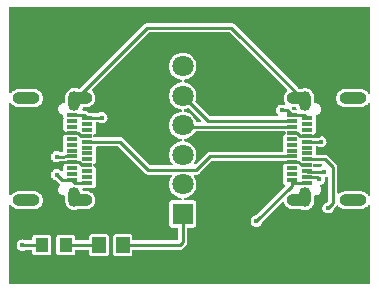
<source format=gtl>
G04 Layer: TopLayer*
G04 EasyEDA v6.5.48, 2025-03-09 16:09:46*
G04 6742e224e03a4d3da3a366412f0f9112,b9277fd2045942759ab1a28cc0c323af,10*
G04 Gerber Generator version 0.2*
G04 Scale: 100 percent, Rotated: No, Reflected: No *
G04 Dimensions in millimeters *
G04 leading zeros omitted , absolute positions ,4 integer and 5 decimal *
%FSLAX45Y45*%
%MOMM*%

%AMMACRO1*21,1,$1,$2,0,0,$3*%
%ADD10C,0.2540*%
%ADD11MACRO1,1.1X1.25X0.0000*%
%ADD12MACRO1,1.377X1.1325X-90.0000*%
%ADD13R,0.9500X0.3000*%
%ADD14R,1.8000X1.8000*%
%ADD15C,1.8000*%
%ADD16O,2.2999954X0.9999979999999999*%
%ADD17O,1.9500088X0.9999979999999999*%
%ADD18O,0.9999979999999999X1.6999966*%
%ADD19C,0.4500*%
%ADD20C,0.0167*%

%LPD*%
G36*
X3137357Y6297422D02*
G01*
X3133496Y6298184D01*
X3130194Y6300368D01*
X3123031Y6307531D01*
X3120796Y6310833D01*
X3120034Y6314694D01*
X3120796Y6318605D01*
X3123031Y6321907D01*
X3126333Y6324092D01*
X3130194Y6324854D01*
X3148787Y6324854D01*
X3152140Y6324295D01*
X3155137Y6322669D01*
X3157423Y6320129D01*
X3160826Y6311290D01*
X3161538Y6307429D01*
X3160725Y6303568D01*
X3158490Y6300317D01*
X3155238Y6298133D01*
X3151378Y6297422D01*
G37*

%LPD*%
G36*
X2318105Y6195110D02*
G01*
X2313787Y6196076D01*
X2310282Y6198819D01*
X2308250Y6202730D01*
X2307386Y6206134D01*
X2302052Y6219647D01*
X2295042Y6232398D01*
X2286457Y6244183D01*
X2276500Y6254800D01*
X2265273Y6264046D01*
X2253030Y6271869D01*
X2239822Y6278067D01*
X2226005Y6282537D01*
X2211476Y6285331D01*
X2207818Y6286804D01*
X2204974Y6289649D01*
X2203450Y6293307D01*
X2203450Y6297269D01*
X2204974Y6300978D01*
X2207818Y6303772D01*
X2211476Y6305296D01*
X2226005Y6308039D01*
X2239822Y6312560D01*
X2244496Y6313830D01*
X2248560Y6313119D01*
X2252014Y6310833D01*
X2350414Y6212433D01*
X2352598Y6209182D01*
X2353411Y6205270D01*
X2352598Y6201359D01*
X2350414Y6198108D01*
X2347112Y6195872D01*
X2343251Y6195110D01*
G37*

%LPD*%
G36*
X2302002Y5841288D02*
G01*
X2297836Y5842508D01*
X2294585Y5845302D01*
X2292756Y5849162D01*
X2292705Y5853480D01*
X2295042Y5858205D01*
X2302052Y5870956D01*
X2307386Y5884468D01*
X2310993Y5898591D01*
X2312822Y5913018D01*
X2312822Y5927547D01*
X2310993Y5942025D01*
X2307386Y5956096D01*
X2302052Y5969660D01*
X2295042Y5982411D01*
X2286457Y5994146D01*
X2276500Y6004763D01*
X2265273Y6014059D01*
X2253030Y6021832D01*
X2239822Y6028029D01*
X2226005Y6032550D01*
X2211425Y6035344D01*
X2207717Y6036818D01*
X2204923Y6039612D01*
X2203348Y6043320D01*
X2203348Y6047282D01*
X2204923Y6050991D01*
X2207717Y6053785D01*
X2211425Y6055258D01*
X2226005Y6058052D01*
X2239822Y6062573D01*
X2253030Y6068771D01*
X2265273Y6076543D01*
X2276500Y6085840D01*
X2286457Y6096457D01*
X2295042Y6108192D01*
X2297430Y6112611D01*
X2299716Y6115405D01*
X2302814Y6117234D01*
X2306370Y6117894D01*
X3059887Y6117894D01*
X3063240Y6117336D01*
X3066796Y6116066D01*
X3070352Y6113932D01*
X3072739Y6110528D01*
X3073603Y6106464D01*
X3072739Y6102451D01*
X3070352Y6099048D01*
X3066796Y6096914D01*
X3060750Y6094780D01*
X3055823Y6091682D01*
X3051759Y6087618D01*
X3048660Y6082690D01*
X3046730Y6077254D01*
X3046018Y6070904D01*
X3046018Y6042050D01*
X3046730Y6035751D01*
X3047644Y6031484D01*
X3046730Y6027216D01*
X3046018Y6020917D01*
X3046018Y5992063D01*
X3046730Y5985764D01*
X3047644Y5981496D01*
X3046730Y5977229D01*
X3046018Y5970930D01*
X3046018Y5955233D01*
X3045256Y5951372D01*
X3043072Y5948070D01*
X3039770Y5945886D01*
X3035858Y5945073D01*
X2427173Y5945073D01*
X2419146Y5944311D01*
X2411933Y5942126D01*
X2405278Y5938570D01*
X2399030Y5933440D01*
X2309876Y5844235D01*
X2306218Y5841949D01*
G37*

%LPD*%
G36*
X1925218Y5829808D02*
G01*
X1921306Y5830570D01*
X1918004Y5832805D01*
X1692351Y6058458D01*
X1686102Y6063589D01*
X1679448Y6067145D01*
X1672234Y6069330D01*
X1664207Y6070092D01*
X1448562Y6070092D01*
X1445209Y6070701D01*
X1441704Y6071920D01*
X1438148Y6074054D01*
X1435760Y6077458D01*
X1434896Y6081522D01*
X1435760Y6085586D01*
X1438148Y6088938D01*
X1441704Y6091123D01*
X1447749Y6093206D01*
X1452676Y6096304D01*
X1456740Y6100419D01*
X1459839Y6105296D01*
X1461770Y6110782D01*
X1462481Y6117082D01*
X1462481Y6145936D01*
X1461770Y6152235D01*
X1460855Y6156502D01*
X1461770Y6160770D01*
X1462481Y6167069D01*
X1462481Y6186932D01*
X1463243Y6190843D01*
X1465427Y6194094D01*
X1468729Y6196330D01*
X1472641Y6197092D01*
X1479296Y6197092D01*
X1482090Y6196685D01*
X1484630Y6195568D01*
X1489760Y6192418D01*
X1498041Y6189167D01*
X1506829Y6187541D01*
X1515770Y6187541D01*
X1524558Y6189167D01*
X1532839Y6192418D01*
X1540459Y6197092D01*
X1547063Y6203137D01*
X1552397Y6210249D01*
X1556410Y6218224D01*
X1558848Y6226810D01*
X1559661Y6235700D01*
X1558848Y6244590D01*
X1556410Y6253175D01*
X1552397Y6261150D01*
X1547063Y6268262D01*
X1540459Y6274308D01*
X1532839Y6278981D01*
X1524558Y6282232D01*
X1515770Y6283858D01*
X1506829Y6283858D01*
X1498041Y6282232D01*
X1489760Y6278981D01*
X1484630Y6275832D01*
X1482090Y6274714D01*
X1479296Y6274308D01*
X1405077Y6274308D01*
X1401165Y6275070D01*
X1397863Y6277305D01*
X1391716Y6283452D01*
X1385468Y6288582D01*
X1378813Y6292138D01*
X1371600Y6294323D01*
X1363573Y6295085D01*
X1354836Y6295085D01*
X1350975Y6295847D01*
X1347724Y6298031D01*
X1345488Y6301282D01*
X1344676Y6305143D01*
X1345387Y6309004D01*
X1349095Y6318453D01*
X1351280Y6321856D01*
X1354582Y6324092D01*
X1358544Y6324904D01*
X1380642Y6324904D01*
X1392326Y6325768D01*
X1403350Y6328308D01*
X1413916Y6332423D01*
X1423771Y6338112D01*
X1432610Y6345174D01*
X1440332Y6353505D01*
X1446733Y6362852D01*
X1451660Y6373063D01*
X1454962Y6383934D01*
X1456690Y6395161D01*
X1456690Y6406489D01*
X1454962Y6417716D01*
X1451660Y6428536D01*
X1446733Y6438747D01*
X1440332Y6448094D01*
X1432610Y6456426D01*
X1429461Y6458966D01*
X1426768Y6462217D01*
X1425651Y6466332D01*
X1426311Y6470497D01*
X1428597Y6474053D01*
X1910638Y6956094D01*
X1913940Y6958330D01*
X1917852Y6959092D01*
X2587091Y6959092D01*
X2591003Y6958330D01*
X2594305Y6956094D01*
X3077921Y6472478D01*
X3080207Y6468922D01*
X3080867Y6464757D01*
X3079750Y6460642D01*
X3077057Y6457340D01*
X3075889Y6456426D01*
X3068167Y6448094D01*
X3061766Y6438747D01*
X3056839Y6428486D01*
X3053537Y6417665D01*
X3051810Y6406438D01*
X3051810Y6395110D01*
X3053537Y6383883D01*
X3056839Y6373063D01*
X3061766Y6362852D01*
X3064002Y6359601D01*
X3065627Y6355638D01*
X3065424Y6351371D01*
X3063544Y6347561D01*
X3060242Y6344869D01*
X3056128Y6343751D01*
X3051911Y6344412D01*
X3048558Y6345732D01*
X3039770Y6347358D01*
X3030829Y6347358D01*
X3022041Y6345732D01*
X3013760Y6342481D01*
X3006140Y6337808D01*
X2999536Y6331762D01*
X2994202Y6324650D01*
X2990189Y6316675D01*
X2987751Y6308090D01*
X2986938Y6299200D01*
X2987751Y6290310D01*
X2990189Y6281724D01*
X2994202Y6273749D01*
X2999536Y6266637D01*
X3003804Y6262776D01*
X3006191Y6259525D01*
X3007106Y6255562D01*
X3006394Y6251600D01*
X3004210Y6248196D01*
X3000908Y6245910D01*
X2996946Y6245098D01*
X2431186Y6245098D01*
X2427274Y6245860D01*
X2423972Y6248095D01*
X2306472Y6365595D01*
X2304288Y6368846D01*
X2303526Y6372656D01*
X2304237Y6376517D01*
X2307386Y6384493D01*
X2310993Y6398564D01*
X2312822Y6413042D01*
X2312822Y6427571D01*
X2310993Y6441998D01*
X2307386Y6456121D01*
X2302052Y6469634D01*
X2295042Y6482384D01*
X2286457Y6494170D01*
X2276500Y6504787D01*
X2265273Y6514033D01*
X2253030Y6521856D01*
X2239822Y6528054D01*
X2226005Y6532524D01*
X2211425Y6535318D01*
X2207717Y6536842D01*
X2204923Y6539636D01*
X2203348Y6543294D01*
X2203348Y6547307D01*
X2204923Y6550964D01*
X2207717Y6553758D01*
X2211425Y6555282D01*
X2226005Y6558076D01*
X2239822Y6562547D01*
X2253030Y6568744D01*
X2265273Y6576568D01*
X2276500Y6585813D01*
X2286457Y6596430D01*
X2295042Y6608216D01*
X2302052Y6620967D01*
X2307386Y6634480D01*
X2310993Y6648602D01*
X2312822Y6663029D01*
X2312822Y6677558D01*
X2310993Y6692036D01*
X2307386Y6706108D01*
X2302052Y6719671D01*
X2295042Y6732422D01*
X2286457Y6744157D01*
X2276500Y6754774D01*
X2265273Y6764070D01*
X2253030Y6771843D01*
X2239822Y6778040D01*
X2226005Y6782562D01*
X2211679Y6785305D01*
X2197150Y6786219D01*
X2182672Y6785305D01*
X2168347Y6782562D01*
X2154529Y6778040D01*
X2141321Y6771843D01*
X2129078Y6764070D01*
X2117852Y6754774D01*
X2107895Y6744157D01*
X2099310Y6732422D01*
X2092299Y6719671D01*
X2086965Y6706108D01*
X2083358Y6692036D01*
X2081530Y6677558D01*
X2081530Y6663029D01*
X2083358Y6648602D01*
X2086965Y6634480D01*
X2092299Y6620967D01*
X2099310Y6608216D01*
X2107895Y6596430D01*
X2117852Y6585813D01*
X2129078Y6576568D01*
X2141321Y6568744D01*
X2154529Y6562547D01*
X2168347Y6558076D01*
X2182926Y6555282D01*
X2186635Y6553758D01*
X2189429Y6550964D01*
X2191004Y6547307D01*
X2191004Y6543294D01*
X2189429Y6539636D01*
X2186635Y6536842D01*
X2182926Y6535318D01*
X2168347Y6532524D01*
X2154529Y6528054D01*
X2141321Y6521856D01*
X2129078Y6514033D01*
X2117852Y6504787D01*
X2107895Y6494170D01*
X2099310Y6482384D01*
X2092299Y6469634D01*
X2086965Y6456121D01*
X2083358Y6441998D01*
X2081530Y6427571D01*
X2081530Y6413042D01*
X2083358Y6398564D01*
X2086965Y6384493D01*
X2092299Y6370929D01*
X2099310Y6358178D01*
X2107895Y6346444D01*
X2117852Y6335826D01*
X2129078Y6326530D01*
X2141321Y6318758D01*
X2154529Y6312560D01*
X2168347Y6308039D01*
X2182876Y6305296D01*
X2186533Y6303772D01*
X2189378Y6300978D01*
X2190902Y6297269D01*
X2190902Y6293307D01*
X2189378Y6289649D01*
X2186533Y6286804D01*
X2182876Y6285331D01*
X2168347Y6282537D01*
X2154529Y6278067D01*
X2141321Y6271869D01*
X2129078Y6264046D01*
X2117852Y6254800D01*
X2107895Y6244183D01*
X2099310Y6232398D01*
X2092299Y6219647D01*
X2086965Y6206134D01*
X2083358Y6192012D01*
X2081530Y6177584D01*
X2081530Y6163056D01*
X2083358Y6148578D01*
X2086965Y6134506D01*
X2092299Y6120942D01*
X2099310Y6108192D01*
X2107895Y6096457D01*
X2117852Y6085840D01*
X2129078Y6076543D01*
X2141321Y6068771D01*
X2154529Y6062573D01*
X2168347Y6058052D01*
X2182926Y6055258D01*
X2186635Y6053785D01*
X2189429Y6050991D01*
X2191004Y6047282D01*
X2191004Y6043320D01*
X2189429Y6039612D01*
X2186635Y6036818D01*
X2182926Y6035344D01*
X2168347Y6032550D01*
X2154529Y6028029D01*
X2141321Y6021832D01*
X2129078Y6014059D01*
X2117852Y6004763D01*
X2107895Y5994146D01*
X2099310Y5982411D01*
X2092299Y5969660D01*
X2086965Y5956096D01*
X2083358Y5942025D01*
X2081530Y5927547D01*
X2081530Y5913018D01*
X2083358Y5898591D01*
X2086965Y5884468D01*
X2092299Y5870956D01*
X2099310Y5858205D01*
X2108250Y5845962D01*
X2109978Y5841847D01*
X2109876Y5837428D01*
X2107844Y5833516D01*
X2104339Y5830773D01*
X2100021Y5829808D01*
G37*

%LPD*%
G36*
X3315309Y5817108D02*
G01*
X3312515Y5817514D01*
X3308146Y5819749D01*
X3302101Y5821883D01*
X3298545Y5824016D01*
X3296107Y5827420D01*
X3295294Y5831484D01*
X3296107Y5835548D01*
X3298545Y5838952D01*
X3302101Y5841085D01*
X3305606Y5842304D01*
X3308959Y5842863D01*
X3369462Y5842863D01*
X3373374Y5842101D01*
X3376676Y5839866D01*
X3378860Y5836513D01*
X3379622Y5832602D01*
X3378758Y5828690D01*
X3376472Y5825388D01*
X3373120Y5823254D01*
X3369360Y5821781D01*
X3364229Y5818632D01*
X3361690Y5817514D01*
X3358896Y5817108D01*
G37*

%LPD*%
G36*
X736092Y4826000D02*
G01*
X732180Y4826762D01*
X728929Y4828997D01*
X726694Y4832299D01*
X725932Y4836160D01*
X725932Y5488025D01*
X726846Y5492191D01*
X729386Y5495645D01*
X733094Y5497728D01*
X737362Y5498084D01*
X741375Y5496661D01*
X744474Y5493715D01*
X747217Y5489702D01*
X754938Y5481370D01*
X763828Y5474309D01*
X773633Y5468620D01*
X784199Y5464505D01*
X795274Y5461965D01*
X806958Y5461101D01*
X936193Y5461101D01*
X947877Y5461965D01*
X958900Y5464505D01*
X969467Y5468620D01*
X979322Y5474309D01*
X988161Y5481370D01*
X995883Y5489702D01*
X1002284Y5499049D01*
X1007211Y5509310D01*
X1010513Y5520131D01*
X1012240Y5531358D01*
X1012240Y5542686D01*
X1010513Y5553913D01*
X1007211Y5564733D01*
X1002284Y5574944D01*
X995883Y5584342D01*
X988161Y5592622D01*
X979322Y5599684D01*
X969467Y5605373D01*
X958900Y5609539D01*
X947877Y5612028D01*
X936193Y5612892D01*
X806958Y5612892D01*
X795274Y5612028D01*
X784199Y5609539D01*
X773633Y5605373D01*
X763828Y5599684D01*
X754938Y5592622D01*
X747217Y5584342D01*
X744474Y5580278D01*
X741375Y5577332D01*
X737362Y5575909D01*
X733094Y5576316D01*
X729386Y5578398D01*
X726846Y5581853D01*
X725932Y5586018D01*
X725932Y6351981D01*
X726846Y6356197D01*
X729386Y6359601D01*
X733094Y6361734D01*
X737362Y6362090D01*
X741375Y6360668D01*
X744474Y6357721D01*
X747217Y6353708D01*
X754938Y6345377D01*
X763828Y6338316D01*
X773633Y6332626D01*
X784199Y6328511D01*
X795274Y6325971D01*
X806958Y6325108D01*
X936193Y6325108D01*
X947877Y6325971D01*
X958900Y6328511D01*
X969467Y6332626D01*
X979322Y6338316D01*
X988161Y6345377D01*
X995883Y6353708D01*
X1002284Y6363055D01*
X1007211Y6373266D01*
X1010513Y6384137D01*
X1012240Y6395364D01*
X1012240Y6406692D01*
X1010513Y6417919D01*
X1007211Y6428740D01*
X1002284Y6438950D01*
X995883Y6448298D01*
X988161Y6456629D01*
X979322Y6463690D01*
X969467Y6469380D01*
X958900Y6473494D01*
X947877Y6476034D01*
X936193Y6476898D01*
X806958Y6476898D01*
X795274Y6476034D01*
X784199Y6473494D01*
X773633Y6469380D01*
X763828Y6463690D01*
X754938Y6456629D01*
X747217Y6448298D01*
X744474Y6444284D01*
X741375Y6441338D01*
X737362Y6439916D01*
X733094Y6440322D01*
X729386Y6442405D01*
X726846Y6445859D01*
X725932Y6450025D01*
X725932Y7163816D01*
X726694Y7167727D01*
X728929Y7170978D01*
X732180Y7173214D01*
X736092Y7173975D01*
X3773932Y7173975D01*
X3777843Y7173214D01*
X3781094Y7170978D01*
X3783329Y7167727D01*
X3784092Y7163816D01*
X3784092Y6447739D01*
X3783177Y6443573D01*
X3780637Y6440119D01*
X3776929Y6438036D01*
X3772662Y6437680D01*
X3768648Y6439103D01*
X3765550Y6442049D01*
X3761282Y6448298D01*
X3753561Y6456629D01*
X3744671Y6463690D01*
X3734866Y6469380D01*
X3724300Y6473494D01*
X3713276Y6476034D01*
X3701542Y6476898D01*
X3572306Y6476898D01*
X3560622Y6476034D01*
X3549599Y6473494D01*
X3539032Y6469380D01*
X3529177Y6463690D01*
X3520338Y6456629D01*
X3512616Y6448298D01*
X3506215Y6438950D01*
X3501288Y6428689D01*
X3497986Y6417868D01*
X3496259Y6406642D01*
X3496259Y6395313D01*
X3497986Y6384086D01*
X3501288Y6373266D01*
X3506215Y6363055D01*
X3512616Y6353657D01*
X3520338Y6345377D01*
X3529177Y6338316D01*
X3539032Y6332626D01*
X3549599Y6328460D01*
X3560622Y6325971D01*
X3572306Y6325057D01*
X3701542Y6325057D01*
X3713276Y6325971D01*
X3724300Y6328460D01*
X3734866Y6332626D01*
X3744671Y6338316D01*
X3753561Y6345377D01*
X3761282Y6353657D01*
X3765550Y6359956D01*
X3768648Y6362903D01*
X3772662Y6364325D01*
X3776929Y6363919D01*
X3780637Y6361836D01*
X3783177Y6358382D01*
X3784092Y6354216D01*
X3784092Y5583783D01*
X3783177Y5579567D01*
X3780637Y5576163D01*
X3776929Y5574030D01*
X3772662Y5573674D01*
X3768648Y5575096D01*
X3765550Y5578043D01*
X3761282Y5584291D01*
X3753561Y5592622D01*
X3744671Y5599684D01*
X3734866Y5605373D01*
X3724300Y5609488D01*
X3713276Y5612028D01*
X3701542Y5612892D01*
X3572306Y5612892D01*
X3560622Y5612028D01*
X3549599Y5609488D01*
X3539032Y5605373D01*
X3529177Y5599684D01*
X3522218Y5594096D01*
X3518865Y5592318D01*
X3515106Y5591911D01*
X3511448Y5592876D01*
X3508400Y5595162D01*
X3506419Y5598312D01*
X3505708Y5602071D01*
X3505708Y5816092D01*
X3504895Y5824118D01*
X3502710Y5831332D01*
X3499154Y5838037D01*
X3494024Y5844235D01*
X3429863Y5908446D01*
X3423615Y5913577D01*
X3416960Y5917133D01*
X3409746Y5919317D01*
X3401720Y5920079D01*
X3332987Y5920079D01*
X3329127Y5920892D01*
X3325825Y5923076D01*
X3323640Y5926378D01*
X3322828Y5930239D01*
X3322828Y5945936D01*
X3322116Y5952236D01*
X3321253Y5956503D01*
X3322116Y5960719D01*
X3322828Y5967069D01*
X3322828Y5983427D01*
X3323640Y5987288D01*
X3325774Y5990590D01*
X3329076Y5992825D01*
X3333851Y5993638D01*
X3336696Y5993231D01*
X3339287Y5992114D01*
X3343960Y5989218D01*
X3352241Y5985967D01*
X3361029Y5984341D01*
X3369970Y5984341D01*
X3378758Y5985967D01*
X3387039Y5989218D01*
X3394659Y5993892D01*
X3401263Y5999937D01*
X3406597Y6007049D01*
X3410610Y6015024D01*
X3413048Y6023610D01*
X3413861Y6032500D01*
X3413048Y6041390D01*
X3410610Y6049975D01*
X3406597Y6057950D01*
X3401263Y6065062D01*
X3394659Y6071108D01*
X3387039Y6075781D01*
X3378758Y6079032D01*
X3369970Y6080658D01*
X3361029Y6080658D01*
X3352241Y6079032D01*
X3343960Y6075781D01*
X3338372Y6072327D01*
X3335832Y6071209D01*
X3333140Y6070803D01*
X3307587Y6070600D01*
X3304133Y6071158D01*
X3302101Y6071920D01*
X3298545Y6074054D01*
X3296107Y6077407D01*
X3295294Y6081471D01*
X3296107Y6085535D01*
X3298545Y6088938D01*
X3302101Y6091072D01*
X3308146Y6093206D01*
X3313074Y6096304D01*
X3317138Y6100368D01*
X3320237Y6105296D01*
X3322116Y6110732D01*
X3322828Y6117082D01*
X3322828Y6145936D01*
X3322116Y6152235D01*
X3321253Y6156502D01*
X3322116Y6160719D01*
X3322828Y6167069D01*
X3322828Y6195923D01*
X3322116Y6202222D01*
X3321253Y6206490D01*
X3322116Y6210757D01*
X3322828Y6217056D01*
X3322828Y6245910D01*
X3322472Y6249060D01*
X3322777Y6252718D01*
X3324301Y6256070D01*
X3326942Y6258610D01*
X3330346Y6260084D01*
X3332581Y6260592D01*
X3341014Y6264198D01*
X3348583Y6269228D01*
X3355187Y6275527D01*
X3360572Y6282893D01*
X3364484Y6291122D01*
X3366922Y6299911D01*
X3367735Y6308953D01*
X3366922Y6318046D01*
X3364484Y6326835D01*
X3360572Y6335064D01*
X3355187Y6342430D01*
X3348583Y6348730D01*
X3341014Y6353759D01*
X3332581Y6357366D01*
X3323691Y6359398D01*
X3316986Y6359702D01*
X3313226Y6360566D01*
X3310128Y6362801D01*
X3308045Y6366052D01*
X3307283Y6369862D01*
X3307283Y6408267D01*
X3306419Y6419951D01*
X3303879Y6430975D01*
X3299764Y6441541D01*
X3294075Y6451396D01*
X3287014Y6460236D01*
X3278682Y6467957D01*
X3269335Y6474358D01*
X3259124Y6479286D01*
X3248253Y6482588D01*
X3237077Y6484315D01*
X3225698Y6484315D01*
X3214522Y6482588D01*
X3203651Y6479286D01*
X3198266Y6476949D01*
X3195980Y6476695D01*
X3187141Y6476695D01*
X3183229Y6477457D01*
X3179927Y6479692D01*
X2634945Y7024624D01*
X2628747Y7029754D01*
X2622042Y7033310D01*
X2614828Y7035495D01*
X2606802Y7036308D01*
X1898142Y7036308D01*
X1890115Y7035495D01*
X1882902Y7033310D01*
X1876196Y7029754D01*
X1869998Y7024624D01*
X1325676Y6480352D01*
X1322222Y6478066D01*
X1318107Y6477355D01*
X1314094Y6478371D01*
X1304848Y6482791D01*
X1293977Y6486144D01*
X1282801Y6487871D01*
X1271422Y6487871D01*
X1260246Y6486144D01*
X1249375Y6482791D01*
X1239164Y6477914D01*
X1229817Y6471513D01*
X1221486Y6463792D01*
X1214424Y6454902D01*
X1208735Y6445097D01*
X1204620Y6434531D01*
X1202080Y6423507D01*
X1201216Y6411823D01*
X1201216Y6369913D01*
X1200404Y6365900D01*
X1198067Y6362547D01*
X1194612Y6360414D01*
X1180287Y6358585D01*
X1171600Y6355791D01*
X1163574Y6351473D01*
X1156462Y6345783D01*
X1150467Y6338925D01*
X1145794Y6331051D01*
X1142593Y6322517D01*
X1140968Y6313576D01*
X1140968Y6304432D01*
X1142593Y6295491D01*
X1145794Y6286957D01*
X1150467Y6279083D01*
X1156462Y6272225D01*
X1163574Y6266535D01*
X1171600Y6262217D01*
X1178610Y6259931D01*
X1182268Y6257848D01*
X1184757Y6254445D01*
X1185672Y6250279D01*
X1185672Y6242100D01*
X1186383Y6235750D01*
X1187246Y6231534D01*
X1186383Y6227267D01*
X1185672Y6220917D01*
X1185672Y6192062D01*
X1186383Y6185763D01*
X1187246Y6181496D01*
X1186383Y6177280D01*
X1185672Y6170930D01*
X1185672Y6142075D01*
X1186383Y6135776D01*
X1188262Y6130290D01*
X1191361Y6125413D01*
X1195425Y6121298D01*
X1200353Y6118250D01*
X1206398Y6116116D01*
X1209954Y6113983D01*
X1212392Y6110579D01*
X1213205Y6106515D01*
X1212392Y6102451D01*
X1209954Y6099048D01*
X1206398Y6096914D01*
X1200353Y6094780D01*
X1195425Y6091732D01*
X1191361Y6087618D01*
X1188262Y6082741D01*
X1186383Y6077254D01*
X1185672Y6070955D01*
X1185672Y6042101D01*
X1186383Y6035751D01*
X1187246Y6031534D01*
X1186383Y6027267D01*
X1185672Y6020917D01*
X1185672Y5992063D01*
X1186383Y5985764D01*
X1187246Y5981496D01*
X1186383Y5977280D01*
X1185672Y5970930D01*
X1185672Y5954623D01*
X1184859Y5950762D01*
X1182725Y5947460D01*
X1179423Y5945276D01*
X1175562Y5944463D01*
X1161999Y5944362D01*
X1159154Y5944717D01*
X1156563Y5945886D01*
X1151839Y5948781D01*
X1143558Y5952032D01*
X1134770Y5953658D01*
X1125829Y5953658D01*
X1117041Y5952032D01*
X1108760Y5948781D01*
X1101140Y5944108D01*
X1094536Y5938062D01*
X1089202Y5930950D01*
X1085189Y5922975D01*
X1082751Y5914390D01*
X1081938Y5905500D01*
X1082751Y5896610D01*
X1085189Y5888024D01*
X1089202Y5880049D01*
X1094536Y5872937D01*
X1101140Y5866892D01*
X1108760Y5862218D01*
X1117041Y5858967D01*
X1125829Y5857341D01*
X1134770Y5857341D01*
X1143558Y5858967D01*
X1151839Y5862218D01*
X1157376Y5865622D01*
X1159916Y5866739D01*
X1162659Y5867146D01*
X1200759Y5867450D01*
X1204214Y5866892D01*
X1206398Y5866079D01*
X1209954Y5863945D01*
X1212392Y5860592D01*
X1213205Y5856528D01*
X1212392Y5852464D01*
X1209954Y5849061D01*
X1206398Y5846927D01*
X1200353Y5844794D01*
X1195425Y5841695D01*
X1191361Y5837631D01*
X1188262Y5832703D01*
X1186383Y5827268D01*
X1185672Y5820918D01*
X1185672Y5792063D01*
X1185316Y5786577D01*
X1183081Y5782818D01*
X1179474Y5780328D01*
X1175105Y5779617D01*
X1170889Y5780786D01*
X1167587Y5783630D01*
X1166063Y5785662D01*
X1159459Y5791708D01*
X1151839Y5796381D01*
X1143558Y5799632D01*
X1134770Y5801258D01*
X1125829Y5801258D01*
X1117041Y5799632D01*
X1108760Y5796381D01*
X1101140Y5791708D01*
X1094536Y5785662D01*
X1089202Y5778550D01*
X1085189Y5770575D01*
X1082751Y5761990D01*
X1081938Y5753100D01*
X1082751Y5744210D01*
X1085189Y5735624D01*
X1089202Y5727649D01*
X1094536Y5720537D01*
X1101140Y5714492D01*
X1108760Y5709818D01*
X1117041Y5706567D01*
X1120292Y5705957D01*
X1123188Y5704992D01*
X1125626Y5703163D01*
X1149248Y5679592D01*
X1152347Y5677001D01*
X1154887Y5673852D01*
X1156055Y5669991D01*
X1155547Y5665978D01*
X1153566Y5662472D01*
X1150467Y5658916D01*
X1145794Y5651093D01*
X1142593Y5642559D01*
X1140968Y5633567D01*
X1140968Y5624474D01*
X1142593Y5615482D01*
X1145794Y5606948D01*
X1150467Y5599125D01*
X1156462Y5592267D01*
X1163574Y5586577D01*
X1171600Y5582259D01*
X1180287Y5579414D01*
X1194612Y5577636D01*
X1198067Y5575452D01*
X1200404Y5572099D01*
X1201216Y5568086D01*
X1201216Y5529732D01*
X1202080Y5518048D01*
X1204620Y5506974D01*
X1208735Y5496458D01*
X1214424Y5486603D01*
X1221486Y5477764D01*
X1229817Y5470042D01*
X1239164Y5463641D01*
X1249375Y5458714D01*
X1260246Y5455412D01*
X1271422Y5453684D01*
X1282801Y5453684D01*
X1293977Y5455412D01*
X1304848Y5458714D01*
X1310233Y5461050D01*
X1312519Y5461304D01*
X1380642Y5461304D01*
X1392326Y5462168D01*
X1403350Y5464708D01*
X1413916Y5468823D01*
X1423771Y5474512D01*
X1432610Y5481574D01*
X1440332Y5489905D01*
X1446733Y5499252D01*
X1451660Y5509514D01*
X1454962Y5520334D01*
X1456690Y5531561D01*
X1456690Y5542889D01*
X1454962Y5554116D01*
X1451660Y5564936D01*
X1446733Y5575147D01*
X1440332Y5584545D01*
X1432610Y5592826D01*
X1423771Y5599887D01*
X1413916Y5605576D01*
X1403350Y5609742D01*
X1392326Y5612231D01*
X1380642Y5613095D01*
X1359712Y5613095D01*
X1356360Y5613704D01*
X1353362Y5615330D01*
X1351076Y5617870D01*
X1347673Y5626709D01*
X1346962Y5630570D01*
X1347774Y5634431D01*
X1350010Y5637682D01*
X1353261Y5639866D01*
X1357122Y5640578D01*
X1435963Y5640578D01*
X1442313Y5641289D01*
X1447749Y5643219D01*
X1452676Y5646318D01*
X1456740Y5650382D01*
X1459839Y5655310D01*
X1461770Y5660745D01*
X1462481Y5667095D01*
X1462481Y5695950D01*
X1461770Y5702249D01*
X1460855Y5706516D01*
X1461770Y5710783D01*
X1462481Y5717082D01*
X1462481Y5745937D01*
X1461770Y5752236D01*
X1460855Y5756503D01*
X1461770Y5760770D01*
X1462481Y5767070D01*
X1462481Y5795924D01*
X1461770Y5802274D01*
X1459839Y5807710D01*
X1456740Y5812637D01*
X1452676Y5816701D01*
X1447749Y5819800D01*
X1441704Y5821934D01*
X1438148Y5824067D01*
X1435760Y5827471D01*
X1434896Y5831484D01*
X1435760Y5835548D01*
X1438148Y5838952D01*
X1441704Y5841085D01*
X1447749Y5843219D01*
X1452676Y5846318D01*
X1456740Y5850382D01*
X1459839Y5855309D01*
X1461770Y5860745D01*
X1462481Y5867095D01*
X1462481Y5895949D01*
X1461770Y5902248D01*
X1460855Y5906516D01*
X1461770Y5910783D01*
X1462481Y5917082D01*
X1462481Y5945936D01*
X1461770Y5952236D01*
X1460855Y5956503D01*
X1461770Y5960770D01*
X1462481Y5967069D01*
X1462481Y5982716D01*
X1463243Y5986627D01*
X1465427Y5989929D01*
X1468729Y5992114D01*
X1472641Y5992876D01*
X1644497Y5992876D01*
X1648358Y5992114D01*
X1651660Y5989929D01*
X1877364Y5764276D01*
X1883562Y5759145D01*
X1890268Y5755589D01*
X1897481Y5753404D01*
X1905507Y5752592D01*
X2094077Y5752592D01*
X2098395Y5751626D01*
X2101900Y5748883D01*
X2103882Y5744972D01*
X2104034Y5740552D01*
X2102256Y5736437D01*
X2099310Y5732424D01*
X2092299Y5719673D01*
X2086965Y5706110D01*
X2083358Y5692038D01*
X2081530Y5677560D01*
X2081530Y5663031D01*
X2083358Y5648604D01*
X2086965Y5634482D01*
X2092299Y5620969D01*
X2099310Y5608218D01*
X2107895Y5596432D01*
X2117852Y5585815D01*
X2129078Y5576570D01*
X2141321Y5568746D01*
X2154529Y5562549D01*
X2168347Y5558078D01*
X2178405Y5556148D01*
X2182368Y5554472D01*
X2185263Y5551373D01*
X2186635Y5547360D01*
X2186228Y5543092D01*
X2184095Y5539384D01*
X2180691Y5536895D01*
X2176526Y5535980D01*
X2107590Y5535980D01*
X2101291Y5535269D01*
X2095804Y5533390D01*
X2090928Y5530291D01*
X2086813Y5526227D01*
X2083714Y5521299D01*
X2081834Y5515864D01*
X2081123Y5509514D01*
X2081123Y5330647D01*
X2081834Y5324348D01*
X2083714Y5318861D01*
X2086813Y5313984D01*
X2090928Y5309870D01*
X2095804Y5306822D01*
X2101291Y5304891D01*
X2107590Y5304180D01*
X2148281Y5304180D01*
X2152142Y5303418D01*
X2155444Y5301234D01*
X2157628Y5297932D01*
X2158441Y5294020D01*
X2158441Y5204968D01*
X2157628Y5201056D01*
X2155444Y5197805D01*
X2152142Y5195570D01*
X2148281Y5194808D01*
X1780184Y5194808D01*
X1776323Y5195570D01*
X1773021Y5197805D01*
X1770837Y5201056D01*
X1770024Y5204968D01*
X1770024Y5224475D01*
X1769313Y5230825D01*
X1767433Y5236260D01*
X1764334Y5241188D01*
X1760220Y5245252D01*
X1755343Y5248351D01*
X1749907Y5250230D01*
X1743557Y5250942D01*
X1631442Y5250942D01*
X1625142Y5250230D01*
X1619656Y5248351D01*
X1614779Y5245252D01*
X1610664Y5241188D01*
X1607616Y5236260D01*
X1605686Y5230825D01*
X1604975Y5224475D01*
X1604975Y5087924D01*
X1605686Y5081574D01*
X1607616Y5076139D01*
X1610664Y5071211D01*
X1614779Y5067147D01*
X1619656Y5064048D01*
X1625142Y5062169D01*
X1631442Y5061458D01*
X1743557Y5061458D01*
X1749907Y5062169D01*
X1755343Y5064048D01*
X1760220Y5067147D01*
X1764334Y5071211D01*
X1767433Y5076139D01*
X1769313Y5081574D01*
X1770024Y5087924D01*
X1770024Y5107432D01*
X1770837Y5111343D01*
X1773021Y5114594D01*
X1776323Y5116830D01*
X1780184Y5117592D01*
X2171192Y5117592D01*
X2179218Y5118404D01*
X2186432Y5120589D01*
X2193137Y5124145D01*
X2199335Y5129276D01*
X2223973Y5153863D01*
X2229104Y5160111D01*
X2232660Y5166766D01*
X2234844Y5173980D01*
X2235657Y5182006D01*
X2235657Y5294020D01*
X2236419Y5297932D01*
X2238603Y5301234D01*
X2241905Y5303418D01*
X2245817Y5304180D01*
X2286457Y5304180D01*
X2292756Y5304891D01*
X2298242Y5306822D01*
X2303119Y5309870D01*
X2307234Y5313984D01*
X2310333Y5318861D01*
X2312212Y5324348D01*
X2312924Y5330647D01*
X2312924Y5509514D01*
X2312212Y5515864D01*
X2310333Y5521299D01*
X2307234Y5526227D01*
X2303119Y5530291D01*
X2298242Y5533390D01*
X2292756Y5535269D01*
X2286457Y5535980D01*
X2217826Y5535980D01*
X2213660Y5536895D01*
X2210257Y5539384D01*
X2208123Y5543092D01*
X2207717Y5547360D01*
X2209088Y5551373D01*
X2211984Y5554472D01*
X2215946Y5556148D01*
X2226005Y5558078D01*
X2239822Y5562549D01*
X2253030Y5568746D01*
X2265273Y5576570D01*
X2276500Y5585815D01*
X2286457Y5596432D01*
X2295042Y5608218D01*
X2302052Y5620969D01*
X2307386Y5634482D01*
X2310993Y5648604D01*
X2312822Y5663031D01*
X2312822Y5677560D01*
X2310993Y5692038D01*
X2307386Y5706110D01*
X2302052Y5719673D01*
X2295042Y5732424D01*
X2292096Y5736437D01*
X2290318Y5740552D01*
X2290470Y5744972D01*
X2292451Y5748883D01*
X2295956Y5751626D01*
X2300274Y5752592D01*
X2310892Y5752592D01*
X2318918Y5753404D01*
X2326132Y5755589D01*
X2332837Y5759145D01*
X2339035Y5764276D01*
X2439720Y5864910D01*
X2443022Y5867095D01*
X2446883Y5867857D01*
X3059938Y5867857D01*
X3063290Y5867298D01*
X3066796Y5866079D01*
X3070352Y5863945D01*
X3072739Y5860542D01*
X3073603Y5856478D01*
X3072739Y5852414D01*
X3070352Y5849061D01*
X3066796Y5846876D01*
X3060750Y5844794D01*
X3055823Y5841695D01*
X3051759Y5837580D01*
X3048660Y5832703D01*
X3046730Y5827217D01*
X3046018Y5820918D01*
X3046018Y5792063D01*
X3046730Y5785764D01*
X3047644Y5781497D01*
X3046730Y5777230D01*
X3046018Y5770930D01*
X3046018Y5742076D01*
X3046730Y5735726D01*
X3047644Y5731510D01*
X3046730Y5727242D01*
X3046018Y5720943D01*
X3046018Y5692038D01*
X3046730Y5685739D01*
X3048660Y5680252D01*
X3051759Y5675376D01*
X3055823Y5671261D01*
X3057855Y5669991D01*
X3060547Y5667552D01*
X3062173Y5664352D01*
X3062579Y5660745D01*
X3061716Y5657189D01*
X3059633Y5654243D01*
X2814726Y5409336D01*
X2812288Y5407507D01*
X2809392Y5406542D01*
X2806141Y5405932D01*
X2797860Y5402681D01*
X2790240Y5398008D01*
X2783636Y5391962D01*
X2778302Y5384850D01*
X2774289Y5376875D01*
X2771851Y5368290D01*
X2771038Y5359400D01*
X2771851Y5350510D01*
X2774289Y5341924D01*
X2778302Y5333949D01*
X2783636Y5326837D01*
X2790240Y5320792D01*
X2797860Y5316118D01*
X2806141Y5312867D01*
X2814929Y5311241D01*
X2823870Y5311241D01*
X2832658Y5312867D01*
X2840939Y5316118D01*
X2848559Y5320792D01*
X2855163Y5326837D01*
X2860497Y5333949D01*
X2864510Y5341924D01*
X2866948Y5350510D01*
X2867964Y5352897D01*
X2869539Y5354929D01*
X3037230Y5522620D01*
X3040684Y5524855D01*
X3044748Y5525566D01*
X3048812Y5524550D01*
X3052114Y5522061D01*
X3054096Y5518404D01*
X3056839Y5509463D01*
X3061766Y5499252D01*
X3068167Y5489905D01*
X3075889Y5481574D01*
X3084728Y5474512D01*
X3094583Y5468823D01*
X3105150Y5464708D01*
X3116173Y5462168D01*
X3127857Y5461304D01*
X3188665Y5461304D01*
X3193084Y5460288D01*
X3203651Y5455208D01*
X3214522Y5451856D01*
X3225698Y5450128D01*
X3237077Y5450128D01*
X3248253Y5451856D01*
X3259124Y5455208D01*
X3269335Y5460085D01*
X3278682Y5466486D01*
X3287014Y5474208D01*
X3294075Y5483098D01*
X3299764Y5492902D01*
X3303879Y5503468D01*
X3306419Y5514492D01*
X3307283Y5526176D01*
X3307283Y5568137D01*
X3308045Y5571896D01*
X3310128Y5575147D01*
X3313226Y5577382D01*
X3316986Y5578297D01*
X3323691Y5578602D01*
X3332581Y5580634D01*
X3341014Y5584190D01*
X3348583Y5589219D01*
X3355187Y5595518D01*
X3360572Y5602884D01*
X3364484Y5611114D01*
X3366922Y5619902D01*
X3367735Y5628995D01*
X3366922Y5638088D01*
X3364484Y5646877D01*
X3360724Y5654700D01*
X3359759Y5658713D01*
X3360470Y5662828D01*
X3362756Y5666282D01*
X3366211Y5668568D01*
X3374339Y5671718D01*
X3381959Y5676392D01*
X3388563Y5682437D01*
X3393897Y5689549D01*
X3397910Y5697524D01*
X3400348Y5706110D01*
X3401161Y5715000D01*
X3400450Y5722620D01*
X3401009Y5726938D01*
X3403295Y5730646D01*
X3406901Y5733034D01*
X3417011Y5736945D01*
X3421278Y5736590D01*
X3425037Y5734507D01*
X3427577Y5731103D01*
X3428492Y5726887D01*
X3428492Y5532018D01*
X3427729Y5528106D01*
X3425494Y5524804D01*
X3422700Y5521960D01*
X3420211Y5520182D01*
X3417366Y5519166D01*
X3414115Y5518556D01*
X3405784Y5515356D01*
X3398215Y5510631D01*
X3391611Y5504637D01*
X3386226Y5497525D01*
X3382264Y5489549D01*
X3379825Y5480964D01*
X3379012Y5472074D01*
X3379825Y5463184D01*
X3382264Y5454599D01*
X3386226Y5446572D01*
X3391611Y5439460D01*
X3398215Y5433466D01*
X3405784Y5428742D01*
X3414115Y5425541D01*
X3422904Y5423916D01*
X3431794Y5423916D01*
X3440582Y5425541D01*
X3448913Y5428742D01*
X3456482Y5433466D01*
X3463086Y5439460D01*
X3468471Y5446572D01*
X3472434Y5454599D01*
X3474923Y5463184D01*
X3475888Y5465572D01*
X3477463Y5467604D01*
X3494024Y5484164D01*
X3497783Y5488686D01*
X3501136Y5491378D01*
X3505352Y5492394D01*
X3509568Y5491632D01*
X3513074Y5489194D01*
X3520338Y5481370D01*
X3529177Y5474309D01*
X3539032Y5468620D01*
X3549599Y5464505D01*
X3560622Y5461965D01*
X3572306Y5461101D01*
X3701542Y5461101D01*
X3713276Y5461965D01*
X3724300Y5464505D01*
X3734866Y5468620D01*
X3744671Y5474309D01*
X3753561Y5481370D01*
X3761282Y5489702D01*
X3765550Y5495950D01*
X3768648Y5498896D01*
X3772662Y5500319D01*
X3776929Y5499912D01*
X3780637Y5497830D01*
X3783177Y5494375D01*
X3784092Y5490210D01*
X3784092Y4836668D01*
X3783329Y4832756D01*
X3781094Y4829454D01*
X3777843Y4827270D01*
X3773932Y4826508D01*
G37*

%LPC*%
G36*
X1431442Y5061458D02*
G01*
X1543558Y5061458D01*
X1549857Y5062169D01*
X1555343Y5064048D01*
X1560220Y5067147D01*
X1564335Y5071211D01*
X1567383Y5076139D01*
X1569313Y5081574D01*
X1570024Y5087924D01*
X1570024Y5224475D01*
X1569313Y5230825D01*
X1567383Y5236260D01*
X1564335Y5241188D01*
X1560220Y5245252D01*
X1555343Y5248351D01*
X1549857Y5250230D01*
X1543558Y5250942D01*
X1431442Y5250942D01*
X1425092Y5250230D01*
X1419656Y5248351D01*
X1414780Y5245252D01*
X1410665Y5241188D01*
X1407566Y5236260D01*
X1405686Y5230825D01*
X1404975Y5224475D01*
X1404975Y5204968D01*
X1404162Y5201056D01*
X1401978Y5197805D01*
X1398676Y5195570D01*
X1394815Y5194808D01*
X1297584Y5194808D01*
X1293672Y5195570D01*
X1290370Y5197805D01*
X1288186Y5201056D01*
X1287424Y5204968D01*
X1287424Y5218125D01*
X1286713Y5224475D01*
X1284782Y5229910D01*
X1281684Y5234838D01*
X1277620Y5238902D01*
X1272692Y5242001D01*
X1267256Y5243880D01*
X1260906Y5244592D01*
X1152093Y5244592D01*
X1145743Y5243880D01*
X1140307Y5242001D01*
X1135380Y5238902D01*
X1131316Y5234838D01*
X1128217Y5229910D01*
X1126286Y5224475D01*
X1125575Y5218125D01*
X1125575Y5094274D01*
X1126286Y5087924D01*
X1128217Y5082489D01*
X1131316Y5077561D01*
X1135380Y5073497D01*
X1140307Y5070398D01*
X1145743Y5068519D01*
X1152093Y5067808D01*
X1260906Y5067808D01*
X1267256Y5068519D01*
X1272692Y5070398D01*
X1277620Y5073497D01*
X1281684Y5077561D01*
X1284782Y5082489D01*
X1286713Y5087924D01*
X1287424Y5094274D01*
X1287424Y5107432D01*
X1288186Y5111343D01*
X1290370Y5114594D01*
X1293672Y5116830D01*
X1297584Y5117592D01*
X1394815Y5117592D01*
X1398676Y5116830D01*
X1401978Y5114594D01*
X1404162Y5111343D01*
X1404975Y5107432D01*
X1404975Y5087924D01*
X1405686Y5081574D01*
X1407566Y5076139D01*
X1410665Y5071211D01*
X1414780Y5067147D01*
X1419656Y5064048D01*
X1425092Y5062169D01*
G37*
G36*
X948893Y5067808D02*
G01*
X1057706Y5067808D01*
X1064056Y5068519D01*
X1069492Y5070398D01*
X1074420Y5073497D01*
X1078484Y5077561D01*
X1081582Y5082489D01*
X1083513Y5087924D01*
X1084224Y5094274D01*
X1084224Y5218125D01*
X1083513Y5224475D01*
X1081582Y5229910D01*
X1078484Y5234838D01*
X1074420Y5238902D01*
X1069492Y5242001D01*
X1064056Y5243880D01*
X1057706Y5244592D01*
X948893Y5244592D01*
X942543Y5243880D01*
X937107Y5242001D01*
X932180Y5238902D01*
X928116Y5234838D01*
X925017Y5229910D01*
X923086Y5224475D01*
X922375Y5218125D01*
X922375Y5204968D01*
X921613Y5201056D01*
X919429Y5197805D01*
X916127Y5195570D01*
X912215Y5194808D01*
X870203Y5194808D01*
X867460Y5195214D01*
X864869Y5196332D01*
X859739Y5199481D01*
X851458Y5202732D01*
X842670Y5204358D01*
X833729Y5204358D01*
X824941Y5202732D01*
X816660Y5199481D01*
X809040Y5194808D01*
X802436Y5188762D01*
X797102Y5181650D01*
X793089Y5173675D01*
X790651Y5165090D01*
X789838Y5156200D01*
X790651Y5147310D01*
X793089Y5138724D01*
X797102Y5130749D01*
X802436Y5123637D01*
X809040Y5117592D01*
X816660Y5112918D01*
X824941Y5109667D01*
X833729Y5108041D01*
X842670Y5108041D01*
X851458Y5109667D01*
X859739Y5112918D01*
X864869Y5116068D01*
X867460Y5117185D01*
X870203Y5117592D01*
X912215Y5117592D01*
X916127Y5116830D01*
X919429Y5114594D01*
X921613Y5111343D01*
X922375Y5107432D01*
X922375Y5094274D01*
X923086Y5087924D01*
X925017Y5082489D01*
X928116Y5077561D01*
X932180Y5073497D01*
X937107Y5070398D01*
X942543Y5068519D01*
G37*

%LPD*%
D10*
X3119374Y5856478D02*
G01*
X3173222Y5856478D01*
X3202686Y5831586D01*
X3249422Y5831586D01*
X3119450Y6106490D02*
G01*
X3164509Y6106490D01*
X3189503Y6081496D01*
X3249447Y6081496D01*
X1389126Y6081521D02*
G01*
X1335278Y6081521D01*
X1305813Y6106413D01*
X1259078Y6106413D01*
X1389049Y5831509D02*
G01*
X1343990Y5831509D01*
X1318996Y5856503D01*
X1259052Y5856503D01*
X1687499Y5156200D02*
G01*
X2171700Y5156200D01*
X2197023Y5181523D01*
X2197023Y5420080D01*
X1487500Y5156200D02*
G01*
X1206500Y5156200D01*
X3249447Y6231483D02*
G01*
X3224428Y6256502D01*
X3119450Y6256502D01*
X1389049Y5681497D02*
G01*
X1284071Y5681497D01*
X1259052Y5706516D01*
X1259052Y6256502D02*
G01*
X1364056Y6256502D01*
X1389049Y6231509D01*
X1277112Y6377178D02*
G01*
X1897634Y6997700D01*
X2607309Y6997700D01*
X3231388Y6373621D01*
X3119450Y6156502D02*
G01*
X2210981Y6156502D01*
X2197176Y6170307D01*
X3249452Y5781494D02*
G01*
X3252447Y5778500D01*
X3390900Y5778500D01*
X3249452Y5731482D02*
G01*
X3336317Y5731482D01*
X3352800Y5715000D01*
X3119450Y6206489D02*
G01*
X2410980Y6206489D01*
X2197176Y6420294D01*
X3119450Y6256502D02*
G01*
X3076752Y6299200D01*
X3035300Y6299200D01*
X3119450Y5906490D02*
G01*
X2426690Y5906490D01*
X2311400Y5791200D01*
X1905000Y5791200D01*
X1664690Y6031509D01*
X1389049Y6031509D01*
X3249422Y6031484D02*
G01*
X3365500Y6032500D01*
X1130300Y5905500D02*
G01*
X1259078Y5906515D01*
X1130300Y6108700D02*
G01*
X1259078Y6106413D01*
X1130300Y5829300D02*
G01*
X1157503Y5856503D01*
X1259052Y5856503D01*
X3009900Y5829300D02*
G01*
X3037103Y5856503D01*
X3119450Y5856503D01*
X3249447Y6081496D02*
G01*
X3338296Y6081496D01*
X3365500Y6108700D01*
X1003300Y5156200D02*
G01*
X838200Y5156200D01*
X1259052Y5706516D02*
G01*
X1176883Y5706516D01*
X1130300Y5753100D01*
X1389049Y6231509D02*
G01*
X1393240Y6235700D01*
X1511300Y6235700D01*
X3249447Y5881496D02*
G01*
X3402202Y5881496D01*
X3467100Y5816600D01*
X3467100Y5511800D01*
X3427354Y5472054D01*
X3119450Y5706490D02*
G01*
X3144443Y5681497D01*
X3249447Y5681497D01*
X3119450Y5706490D02*
G01*
X3119450Y5659450D01*
X2819400Y5359400D01*
D11*
G01*
X1206498Y5156200D03*
G01*
X1003298Y5156200D03*
D12*
G01*
X1487495Y5156200D03*
G01*
X1687504Y5156200D03*
D13*
G01*
X1389049Y6231509D03*
G01*
X1389049Y6181496D03*
G01*
X1389049Y6131509D03*
G01*
X1389049Y6081496D03*
G01*
X1389049Y6031509D03*
G01*
X1389049Y5981496D03*
G01*
X1389049Y5931509D03*
G01*
X1389049Y5881496D03*
G01*
X1389049Y5831509D03*
G01*
X1389049Y5781497D03*
G01*
X1389049Y5731510D03*
G01*
X1389049Y5681497D03*
G01*
X1259052Y5706516D03*
G01*
X1259052Y5756503D03*
G01*
X1259052Y5806516D03*
G01*
X1259052Y5856503D03*
G01*
X1259052Y5906515D03*
G01*
X1259052Y5956503D03*
G01*
X1259052Y6006515D03*
G01*
X1259052Y6056503D03*
G01*
X1259052Y6106515D03*
G01*
X1259052Y6156502D03*
G01*
X1259052Y6206515D03*
G01*
X1259052Y6256502D03*
G01*
X3119450Y5706490D03*
G01*
X3119450Y5756478D03*
G01*
X3119450Y5806490D03*
G01*
X3119450Y5856478D03*
G01*
X3119450Y5906490D03*
G01*
X3119450Y5956477D03*
G01*
X3119450Y6006490D03*
G01*
X3119450Y6056477D03*
G01*
X3119450Y6106490D03*
G01*
X3119450Y6156477D03*
G01*
X3119450Y6206489D03*
G01*
X3119450Y6256477D03*
G01*
X3249447Y6231483D03*
G01*
X3249447Y6181496D03*
G01*
X3249447Y6131483D03*
G01*
X3249447Y6081496D03*
G01*
X3249447Y6031484D03*
G01*
X3249447Y5981496D03*
G01*
X3249447Y5931484D03*
G01*
X3249447Y5881496D03*
G01*
X3249447Y5831484D03*
G01*
X3249447Y5781497D03*
G01*
X3249447Y5731484D03*
G01*
X3249447Y5681497D03*
D14*
G01*
X2197023Y5420080D03*
D15*
G01*
X2197176Y5670295D03*
G01*
X2197176Y5920282D03*
G01*
X2197176Y6170295D03*
G01*
X2197176Y6420281D03*
G01*
X2197176Y6670294D03*
D16*
G01*
X871550Y5536996D03*
G01*
X871550Y6401003D03*
D17*
G01*
X1333500Y5537200D03*
D18*
G01*
X1277112Y5564378D03*
D17*
G01*
X1333500Y6400800D03*
D18*
G01*
X1277112Y6377178D03*
D16*
G01*
X3636949Y6401003D03*
G01*
X3636949Y5536996D03*
D17*
G01*
X3175000Y6400800D03*
D18*
G01*
X3231388Y6373621D03*
D17*
G01*
X3175000Y5537200D03*
D18*
G01*
X3231388Y5560821D03*
D19*
G01*
X3352800Y5715000D03*
G01*
X3390900Y5778500D03*
G01*
X2819400Y5359400D03*
G01*
X3035300Y6299200D03*
G01*
X1130300Y5905500D03*
G01*
X3365500Y6032500D03*
G01*
X1130300Y5829300D03*
G01*
X1130300Y6108700D03*
G01*
X3365500Y6108700D03*
G01*
X3009900Y5829300D03*
G01*
X838200Y5156200D03*
G01*
X1130300Y5753100D03*
G01*
X1511300Y6235700D03*
G01*
X3427349Y5472048D03*
M02*

</source>
